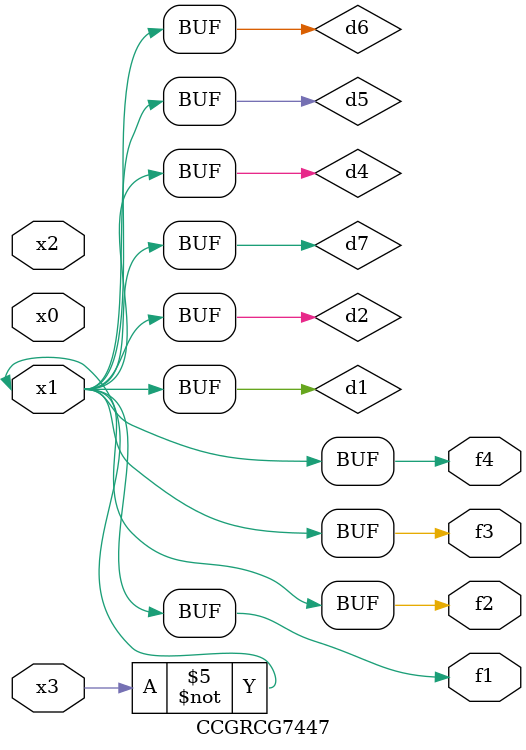
<source format=v>
module CCGRCG7447(
	input x0, x1, x2, x3,
	output f1, f2, f3, f4
);

	wire d1, d2, d3, d4, d5, d6, d7;

	not (d1, x3);
	buf (d2, x1);
	xnor (d3, d1, d2);
	nor (d4, d1);
	buf (d5, d1, d2);
	buf (d6, d4, d5);
	nand (d7, d4);
	assign f1 = d6;
	assign f2 = d7;
	assign f3 = d6;
	assign f4 = d6;
endmodule

</source>
